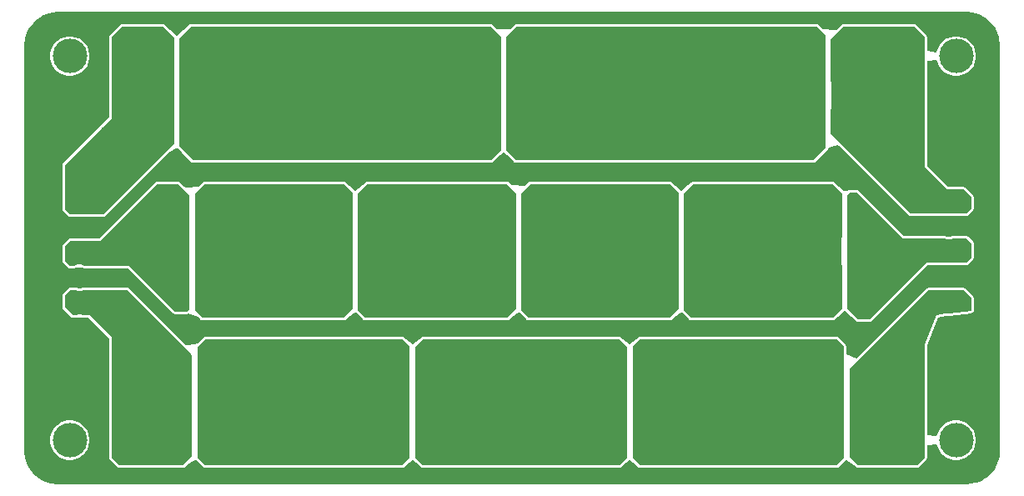
<source format=gtl>
G04*
G04 #@! TF.GenerationSoftware,Altium Limited,Altium Designer,25.3.3 (18)*
G04*
G04 Layer_Physical_Order=1*
G04 Layer_Color=255*
%FSLAX44Y44*%
%MOMM*%
G71*
G04*
G04 #@! TF.SameCoordinates,1FD36998-6F79-4F76-A579-B8A6C8C858E4*
G04*
G04*
G04 #@! TF.FilePolarity,Positive*
G04*
G01*
G75*
%ADD13R,1.1000X1.8000*%
%ADD14R,2.2000X1.8000*%
%ADD20C,1.5000*%
%ADD21C,1.6500*%
%ADD22C,3.5000*%
%ADD23C,0.6000*%
G36*
X959713Y480287D02*
X962007Y480287D01*
X966556Y479688D01*
X970987Y478501D01*
X975226Y476745D01*
X979200Y474451D01*
X982840Y471658D01*
X986084Y468414D01*
X988877Y464774D01*
X991171Y460800D01*
X992927Y456562D01*
X993489Y454463D01*
X994713Y445290D01*
X994713Y445287D01*
X994713Y445287D01*
X994713Y445287D01*
X994713Y34713D01*
X994713Y32457D01*
X994124Y27982D01*
X992956Y23623D01*
X991229Y19454D01*
X988973Y15546D01*
X986225Y11966D01*
X983034Y8774D01*
X979454Y6027D01*
X975546Y3771D01*
X971377Y2044D01*
X969741Y1606D01*
X960287Y287D01*
X38713Y287D01*
X36438D01*
X31926Y881D01*
X27531Y2059D01*
X23327Y3800D01*
X19386Y6075D01*
X15776Y8845D01*
X12558Y12063D01*
X9788Y15673D01*
X7513Y19614D01*
X5772Y23818D01*
X4594Y28213D01*
X4000Y32725D01*
Y35000D01*
X4000Y35000D01*
Y445000D01*
Y447313D01*
X4604Y451899D01*
X5801Y456367D01*
X7571Y460640D01*
X9884Y464646D01*
X12700Y468316D01*
X15971Y471587D01*
X19641Y474403D01*
X23646Y476716D01*
X27920Y478486D01*
X32388Y479683D01*
X36974Y480287D01*
X39287D01*
X39287Y480287D01*
X959713Y480287D01*
D02*
G37*
%LPC*%
G36*
X907787Y467303D02*
X835287Y467303D01*
X834296Y467106D01*
X833456Y466544D01*
X828592Y461680D01*
X827583Y461205D01*
X814921Y462151D01*
X810528Y466544D01*
X809688Y467106D01*
X808697Y467303D01*
X503697Y467303D01*
X502706Y467106D01*
X501866Y466544D01*
X497626Y462305D01*
X497243Y462029D01*
X483759Y462403D01*
X479618Y466544D01*
X478778Y467106D01*
X477787Y467303D01*
X172787Y467303D01*
X171796Y467106D01*
X170956Y466544D01*
X165881Y461469D01*
X158532Y455860D01*
X152293Y461370D01*
X147118Y466544D01*
X146278Y467106D01*
X145287Y467303D01*
X102787D01*
X101796Y467106D01*
X100956Y466544D01*
X90956Y456544D01*
X90394Y455704D01*
X90197Y454713D01*
Y373286D01*
X43456Y326544D01*
X42894Y325704D01*
X42697Y324713D01*
Y279713D01*
X42894Y278722D01*
X43456Y277882D01*
X48456Y272882D01*
X49296Y272320D01*
X50287Y272123D01*
X84287D01*
X85278Y272320D01*
X86118Y272882D01*
X150550Y337314D01*
X159456Y341882D01*
X163981Y337357D01*
X173456Y327882D01*
X174296Y327320D01*
X175287Y327123D01*
X477787D01*
X478778Y327320D01*
X479618Y327882D01*
X483493Y331757D01*
X490287Y337333D01*
X497081Y331757D01*
X500956Y327882D01*
X501796Y327320D01*
X502787Y327123D01*
X805287D01*
X806278Y327320D01*
X807118Y327882D01*
X819618Y340382D01*
X819618Y340382D01*
X820180Y341222D01*
X823196Y342988D01*
X830377Y344961D01*
X902056Y273282D01*
X902896Y272720D01*
X903887Y272523D01*
X939871D01*
X940203Y272589D01*
X940541Y272612D01*
X941097Y272760D01*
X943903D01*
X944459Y272612D01*
X944797Y272589D01*
X945129Y272523D01*
X960287D01*
X961278Y272720D01*
X962118Y273282D01*
X967118Y278282D01*
X967680Y279122D01*
X967877Y280113D01*
Y292184D01*
X967680Y293175D01*
X967118Y294015D01*
X959189Y301944D01*
X958349Y302506D01*
X957358Y302703D01*
X941360Y302703D01*
X920377Y323686D01*
Y420101D01*
X920679Y429976D01*
X920679Y429976D01*
Y429976D01*
X930377Y430931D01*
X930730Y429155D01*
X932241Y425508D01*
X934434Y422225D01*
X937225Y419434D01*
X940508Y417241D01*
X944155Y415730D01*
X948026Y414960D01*
X951974D01*
X955845Y415730D01*
X959492Y417241D01*
X962775Y419434D01*
X965566Y422225D01*
X967759Y425508D01*
X969270Y429155D01*
X970040Y433026D01*
Y436974D01*
X969270Y440845D01*
X967759Y444492D01*
X965566Y447775D01*
X962775Y450566D01*
X959492Y452759D01*
X955845Y454270D01*
X951974Y455040D01*
X948026D01*
X944155Y454270D01*
X940508Y452759D01*
X937225Y450566D01*
X934434Y447775D01*
X932241Y444492D01*
X930730Y440845D01*
X930377Y439069D01*
X920679Y440024D01*
Y440024D01*
X920679Y440024D01*
X920377Y449899D01*
Y454713D01*
X920180Y455704D01*
X919618Y456544D01*
X909618Y466544D01*
X908778Y467106D01*
X907787Y467303D01*
D02*
G37*
G36*
X51974Y455040D02*
X48026D01*
X44155Y454270D01*
X40507Y452759D01*
X37225Y450566D01*
X34434Y447775D01*
X32241Y444492D01*
X30730Y440845D01*
X29960Y436974D01*
Y433026D01*
X30730Y429155D01*
X32241Y425508D01*
X34434Y422225D01*
X37225Y419434D01*
X40507Y417241D01*
X44155Y415730D01*
X48026Y414960D01*
X51974D01*
X55845Y415730D01*
X59493Y417241D01*
X62775Y419434D01*
X65566Y422225D01*
X67759Y425508D01*
X69270Y429155D01*
X70040Y433026D01*
Y436974D01*
X69270Y440845D01*
X67759Y444492D01*
X65566Y447775D01*
X62775Y450566D01*
X59493Y452759D01*
X55845Y454270D01*
X51974Y455040D01*
D02*
G37*
G36*
X825287Y307303D02*
X682787D01*
X681796Y307106D01*
X680956Y306544D01*
X680956Y306544D01*
X678149Y303737D01*
X670557Y297905D01*
X664620Y303588D01*
X661663Y306544D01*
X660823Y307106D01*
X659832Y307303D01*
X517332D01*
X516341Y307106D01*
X515501Y306544D01*
X512694Y303737D01*
X512513Y303598D01*
X499033Y303720D01*
X496208Y306544D01*
X495368Y307106D01*
X494377Y307303D01*
X351877D01*
X350886Y307106D01*
X350046Y306544D01*
X350046Y306544D01*
X347239Y303737D01*
X339558Y297836D01*
X333728Y303570D01*
X330753Y306544D01*
X329913Y307106D01*
X328922Y307303D01*
X186422D01*
X185431Y307106D01*
X184591Y306544D01*
X180328Y302281D01*
X167623Y301536D01*
X166573Y302090D01*
X162118Y306544D01*
X161278Y307106D01*
X160287Y307303D01*
X138287Y307303D01*
X137296Y307106D01*
X136456Y306544D01*
X79714Y249803D01*
X50287D01*
X49296Y249606D01*
X48456Y249044D01*
X43456Y244044D01*
X42894Y243204D01*
X42697Y242213D01*
Y227213D01*
X42894Y226222D01*
X43456Y225382D01*
X48456Y220382D01*
X49296Y219820D01*
X50287Y219623D01*
X54654D01*
X54821Y219657D01*
X54992Y219645D01*
X55312Y219754D01*
X55645Y219820D01*
X55767Y219902D01*
X58597Y220660D01*
X61403D01*
X64233Y219902D01*
X64355Y219820D01*
X64688Y219754D01*
X65008Y219645D01*
X65179Y219657D01*
X65346Y219623D01*
X109214D01*
X154956Y173882D01*
X155796Y173320D01*
X156787Y173123D01*
X168787Y173123D01*
X169778Y173320D01*
X170757Y173828D01*
X180508Y170081D01*
X182707Y167882D01*
X183548Y167320D01*
X184539Y167123D01*
X328922Y167123D01*
X329913Y167320D01*
X330753Y167882D01*
X330753Y167882D01*
X332229Y169357D01*
X340456Y174972D01*
X347546Y167882D01*
X348386Y167320D01*
X349377Y167123D01*
X494377Y167123D01*
X495368Y167320D01*
X496208Y167882D01*
X496208Y167882D01*
X498061Y169735D01*
X506439Y175159D01*
X511641Y169986D01*
X513745Y167882D01*
X514585Y167320D01*
X515576Y167123D01*
X659832Y167123D01*
X660823Y167320D01*
X661663Y167882D01*
X661663Y167882D01*
X663181Y169400D01*
X671456Y174982D01*
X678556Y167882D01*
X679397Y167320D01*
X680387Y167123D01*
X825287Y167123D01*
X826278Y167320D01*
X827118Y167882D01*
X827118Y167882D01*
X829933Y170697D01*
X836584Y176077D01*
X843571Y170667D01*
X848456Y165782D01*
X849296Y165220D01*
X850287Y165023D01*
X862187Y165023D01*
X863178Y165220D01*
X864018Y165782D01*
X920760Y222523D01*
X960287Y222523D01*
X961278Y222720D01*
X962118Y223282D01*
X967118Y228282D01*
X967680Y229122D01*
X967877Y230113D01*
Y245113D01*
X967680Y246104D01*
X967118Y246944D01*
X962118Y251944D01*
X961278Y252506D01*
X960287Y252703D01*
X948238D01*
X948070Y252669D01*
X947900Y252681D01*
X947579Y252572D01*
X947247Y252506D01*
X947105Y252411D01*
X946943Y252356D01*
X946615Y252166D01*
X943903Y251440D01*
X941097D01*
X938385Y252166D01*
X938057Y252356D01*
X937895Y252411D01*
X937753Y252506D01*
X937421Y252572D01*
X937100Y252681D01*
X936930Y252669D01*
X936762Y252703D01*
X896960D01*
X851118Y298544D01*
X850278Y299106D01*
X849287Y299303D01*
X841887D01*
X840896Y299106D01*
X839538Y298451D01*
X835868Y297794D01*
X830900Y302762D01*
X827118Y306544D01*
X826278Y307106D01*
X825287Y307303D01*
D02*
G37*
G36*
X957358Y200203D02*
X922187Y200203D01*
X921196Y200006D01*
X920356Y199444D01*
X848877Y127965D01*
X838877Y132107D01*
Y139926D01*
X838680Y140917D01*
X838118Y141758D01*
X830832Y149044D01*
X829991Y149606D01*
X829000Y149803D01*
X629000D01*
X628009Y149606D01*
X627169Y149044D01*
X625551Y147426D01*
X618697Y142275D01*
X611843Y147426D01*
X610225Y149044D01*
X609385Y149606D01*
X608394Y149803D01*
X408394D01*
X407403Y149606D01*
X406562Y149044D01*
X404944Y147426D01*
X398090Y142275D01*
X391236Y147426D01*
X389618Y149044D01*
X388778Y149606D01*
X387787Y149803D01*
X187787D01*
X186796Y149606D01*
X185956Y149044D01*
X180358Y143447D01*
X170911Y141439D01*
X167908Y141755D01*
X110618Y199044D01*
X109778Y199606D01*
X108787Y199803D01*
X63472D01*
X63140Y199737D01*
X62802Y199715D01*
X61403Y199340D01*
X58597D01*
X57198Y199715D01*
X56860Y199737D01*
X56528Y199803D01*
X50287D01*
X49296Y199606D01*
X48456Y199044D01*
X43456Y194044D01*
X42894Y193204D01*
X42697Y192213D01*
Y180142D01*
X42894Y179151D01*
X43456Y178311D01*
X51385Y170382D01*
X52225Y169820D01*
X53216Y169623D01*
X57371D01*
X57703Y169689D01*
X58042Y169711D01*
X58597Y169860D01*
X61403D01*
X61958Y169711D01*
X62297Y169689D01*
X62629Y169623D01*
X69214D01*
X90197Y148640D01*
Y27213D01*
X90394Y26222D01*
X90956Y25382D01*
X98456Y17882D01*
X99296Y17320D01*
X100287Y17123D01*
X165287Y17123D01*
X166278Y17320D01*
X167118Y17882D01*
X169709Y20473D01*
X178065Y25162D01*
X183281Y20556D01*
X185956Y17882D01*
X186796Y17320D01*
X187787Y17123D01*
X387787D01*
X388778Y17320D01*
X389618Y17882D01*
X391236Y19500D01*
X398090Y24651D01*
X404944Y19500D01*
X406562Y17882D01*
X407403Y17320D01*
X408394Y17123D01*
X608394D01*
X609385Y17320D01*
X610225Y17882D01*
X611843Y19500D01*
X618697Y24651D01*
X625551Y19500D01*
X627169Y17882D01*
X628009Y17320D01*
X629000Y17123D01*
X829000D01*
X829991Y17320D01*
X830832Y17882D01*
X832821Y19871D01*
X838909Y24664D01*
X846550Y19788D01*
X848456Y17882D01*
X849296Y17320D01*
X850287Y17123D01*
X910287Y17123D01*
X911278Y17320D01*
X912118Y17882D01*
X919618Y25382D01*
X920180Y26222D01*
X920377Y27213D01*
Y30101D01*
X920679Y39976D01*
X920679Y39976D01*
Y39976D01*
X930377Y40931D01*
X930730Y39155D01*
X932241Y35508D01*
X934434Y32225D01*
X937225Y29434D01*
X940508Y27241D01*
X944155Y25730D01*
X948026Y24960D01*
X951974D01*
X955845Y25730D01*
X959492Y27241D01*
X962775Y29434D01*
X965566Y32225D01*
X967759Y35508D01*
X969270Y39155D01*
X970040Y43026D01*
Y46974D01*
X969270Y50845D01*
X967759Y54493D01*
X965566Y57775D01*
X962775Y60566D01*
X959492Y62759D01*
X955845Y64270D01*
X951974Y65040D01*
X948026D01*
X944155Y64270D01*
X940508Y62759D01*
X937225Y60566D01*
X934434Y57775D01*
X932241Y54493D01*
X930730Y50845D01*
X930377Y49069D01*
X920679Y50024D01*
Y50024D01*
X920679Y50024D01*
X920377Y59899D01*
Y141488D01*
X932104Y169831D01*
X939506Y170759D01*
X939676Y170816D01*
X939854Y170827D01*
X941097Y171160D01*
X942542D01*
X942702Y171192D01*
X942865Y171180D01*
X965609Y174033D01*
X965938Y174142D01*
X966278Y174210D01*
X966413Y174300D01*
X966568Y174352D01*
X966830Y174579D01*
X967118Y174771D01*
X967209Y174907D01*
X967332Y175013D01*
X967487Y175323D01*
X967680Y175611D01*
X967711Y175771D01*
X967784Y175917D01*
X967809Y176263D01*
X967877Y176602D01*
Y189684D01*
X967680Y190675D01*
X967118Y191515D01*
X959189Y199444D01*
X958349Y200006D01*
X957358Y200203D01*
D02*
G37*
G36*
X51974Y65040D02*
X48026D01*
X44155Y64270D01*
X40507Y62759D01*
X37225Y60566D01*
X34434Y57775D01*
X32241Y54493D01*
X30730Y50845D01*
X29960Y46974D01*
Y43026D01*
X30730Y39155D01*
X32241Y35508D01*
X34434Y32225D01*
X37225Y29434D01*
X40507Y27241D01*
X44155Y25730D01*
X48026Y24960D01*
X51974D01*
X55845Y25730D01*
X59493Y27241D01*
X62775Y29434D01*
X65566Y32225D01*
X67759Y35508D01*
X69270Y39155D01*
X70040Y43026D01*
Y46974D01*
X69270Y50845D01*
X67759Y54493D01*
X65566Y57775D01*
X62775Y60566D01*
X59493Y62759D01*
X55845Y64270D01*
X51974Y65040D01*
D02*
G37*
%LPD*%
G36*
X817787Y455623D02*
X817787Y342213D01*
X805287Y329713D01*
X502787D01*
X492787Y339713D01*
X492787Y453803D01*
X503697Y464713D01*
X808697Y464713D01*
X817787Y455623D01*
D02*
G37*
G36*
X487787Y454713D02*
X487787Y339713D01*
X477787Y329713D01*
X175287D01*
X161287Y343713D01*
Y453213D01*
X172787Y464713D01*
X477787Y464713D01*
X487787Y454713D01*
D02*
G37*
G36*
X917787Y454713D02*
Y322613D01*
X940287Y300113D01*
X957358Y300113D01*
X965287Y292184D01*
Y280113D01*
X960287Y275113D01*
X945129D01*
X944244Y275350D01*
X940756D01*
X939871Y275113D01*
X903887D01*
X822787Y356213D01*
Y381000D01*
X822966D01*
Y409000D01*
X822787D01*
Y452213D01*
X835287Y464713D01*
X907787Y464713D01*
X917787Y454713D01*
D02*
G37*
G36*
X156287Y453713D02*
Y346713D01*
X84287Y274713D01*
X50287D01*
X45287Y279713D01*
Y324713D01*
X92787Y372213D01*
Y454713D01*
X102787Y464713D01*
X145287D01*
X156287Y453713D01*
D02*
G37*
G36*
X171287Y293713D02*
Y178213D01*
X168787Y175713D01*
X156787Y175713D01*
X110287Y222213D01*
X65346D01*
X65114Y222347D01*
X61744Y223250D01*
X58256D01*
X54886Y222347D01*
X54654Y222213D01*
X50287D01*
X45287Y227213D01*
Y242213D01*
X50287Y247213D01*
X80787D01*
X138287Y304713D01*
X160287Y304713D01*
X171287Y293713D01*
D02*
G37*
G36*
X668582Y295963D02*
Y251160D01*
X668445D01*
Y223160D01*
X668582D01*
Y178463D01*
X659832Y169713D01*
X515576Y169713D01*
X508287Y177002D01*
Y295668D01*
X517332Y304713D01*
X659832D01*
X668582Y295963D01*
D02*
G37*
G36*
X337672D02*
Y251160D01*
X337535D01*
Y223160D01*
X337672D01*
Y178463D01*
X328922Y169713D01*
X184539Y169713D01*
X177287Y176965D01*
Y295578D01*
X186422Y304713D01*
X328922D01*
X337672Y295963D01*
D02*
G37*
G36*
X834037D02*
Y251160D01*
X833900D01*
Y223160D01*
X834037D01*
Y178463D01*
X825287Y169713D01*
X680387Y169713D01*
X673287Y176814D01*
Y295213D01*
X682787Y304713D01*
X825287D01*
X834037Y295963D01*
D02*
G37*
G36*
X503127D02*
Y251160D01*
X502990D01*
Y223160D01*
X503127D01*
Y178463D01*
X494377Y169713D01*
X349377Y169713D01*
X342287Y176803D01*
Y295123D01*
X351877Y304713D01*
X494377D01*
X503127Y295963D01*
D02*
G37*
G36*
X895887Y250113D02*
X936762D01*
X937386Y249753D01*
X940756Y248850D01*
X944244D01*
X947614Y249753D01*
X948238Y250113D01*
X960287D01*
X965287Y245113D01*
Y230113D01*
X960287Y225113D01*
X919687Y225113D01*
X862187Y167613D01*
X850287Y167613D01*
X839287Y178613D01*
Y294113D01*
X841887Y296713D01*
X849287D01*
X895887Y250113D01*
D02*
G37*
G36*
X174287Y131713D02*
Y28713D01*
X165287Y19713D01*
X100287Y19713D01*
X92787Y27213D01*
Y149713D01*
X70287Y172213D01*
X62629D01*
X61744Y172450D01*
X58256D01*
X57371Y172213D01*
X53216D01*
X45287Y180142D01*
Y192213D01*
X50287Y197213D01*
X56528D01*
X58256Y196750D01*
X61744D01*
X63472Y197213D01*
X108787D01*
X174287Y131713D01*
D02*
G37*
G36*
X836287Y139926D02*
Y27000D01*
X829000Y19713D01*
X629000D01*
X621500Y27213D01*
Y139713D01*
X629000Y147213D01*
X829000D01*
X836287Y139926D01*
D02*
G37*
G36*
X615894Y139713D02*
Y27213D01*
X608394Y19713D01*
X408394D01*
X400894Y27213D01*
Y139713D01*
X408394Y147213D01*
X608394D01*
X615894Y139713D01*
D02*
G37*
G36*
X395287D02*
Y27213D01*
X387787Y19713D01*
X187787D01*
X180287Y27213D01*
Y139713D01*
X187787Y147213D01*
X387787D01*
X395287Y139713D01*
D02*
G37*
G36*
X965287Y189684D02*
Y176602D01*
X942542Y173750D01*
X940756D01*
X939184Y173329D01*
X930287Y172213D01*
X917787Y142002D01*
Y27213D01*
X910287Y19713D01*
X850287Y19713D01*
X842287Y27713D01*
Y117713D01*
X922187Y197613D01*
X957358Y197613D01*
X965287Y189684D01*
D02*
G37*
D13*
X150646Y395000D02*
D03*
X812466D02*
D03*
X182580Y237160D02*
D03*
X185580Y83060D02*
D03*
X348035Y237160D02*
D03*
X406187Y83060D02*
D03*
X481556Y395000D02*
D03*
X513490Y237160D02*
D03*
X626793Y83060D02*
D03*
X678945Y237160D02*
D03*
X844400D02*
D03*
X847400Y83060D02*
D03*
D14*
X173046Y395000D02*
D03*
X834866D02*
D03*
X160180Y237160D02*
D03*
X163180Y83060D02*
D03*
X325635Y237160D02*
D03*
X383787Y83060D02*
D03*
X503956Y395000D02*
D03*
X491090Y237160D02*
D03*
X604393Y83060D02*
D03*
X656545Y237160D02*
D03*
X822000D02*
D03*
X825000Y83060D02*
D03*
D20*
X161680Y84560D02*
X163180Y83060D01*
X60000Y184600D02*
X60287Y184313D01*
D21*
X60000Y286200D02*
D03*
Y260800D02*
D03*
Y235400D02*
D03*
Y210000D02*
D03*
Y184600D02*
D03*
Y159200D02*
D03*
X942500Y287500D02*
D03*
Y262100D02*
D03*
Y236700D02*
D03*
Y211300D02*
D03*
Y185900D02*
D03*
Y160500D02*
D03*
D22*
X950000Y435000D02*
D03*
X50000D02*
D03*
Y45000D02*
D03*
X950000D02*
D03*
D23*
X815001Y280000D02*
D03*
X805001Y260000D02*
D03*
Y220000D02*
D03*
X815001Y200000D02*
D03*
X805001Y180000D02*
D03*
X795001Y280000D02*
D03*
X785001Y260000D02*
D03*
X795001Y240000D02*
D03*
X785001Y220000D02*
D03*
X795001Y200000D02*
D03*
X785001Y180000D02*
D03*
X775001Y280000D02*
D03*
X765001Y260000D02*
D03*
X775001Y240000D02*
D03*
X765001Y220000D02*
D03*
X775001Y200000D02*
D03*
X765001Y180000D02*
D03*
X755001Y280000D02*
D03*
X745001Y260000D02*
D03*
X755001Y240000D02*
D03*
X745001Y220000D02*
D03*
X755001Y200000D02*
D03*
X745001Y180000D02*
D03*
X735001Y280000D02*
D03*
X725001Y260000D02*
D03*
X735001Y240000D02*
D03*
X725001Y220000D02*
D03*
X735001Y200000D02*
D03*
X725001Y180000D02*
D03*
X715001Y280000D02*
D03*
X705001Y260000D02*
D03*
X715001Y240000D02*
D03*
X705001Y220000D02*
D03*
X715001Y200000D02*
D03*
X705001Y180000D02*
D03*
X695001Y280000D02*
D03*
X685001Y260000D02*
D03*
X695001Y240000D02*
D03*
X685001Y220000D02*
D03*
X695001Y200000D02*
D03*
X685001Y180000D02*
D03*
X655001Y280000D02*
D03*
X645001Y260000D02*
D03*
Y220000D02*
D03*
X655001Y200000D02*
D03*
X645001Y180000D02*
D03*
X635000Y280000D02*
D03*
X625000Y260000D02*
D03*
X635000Y240000D02*
D03*
X625000Y220000D02*
D03*
X635000Y200000D02*
D03*
X625000Y180000D02*
D03*
X615000Y280000D02*
D03*
X605000Y260000D02*
D03*
X615000Y240000D02*
D03*
X605000Y220000D02*
D03*
X615000Y200000D02*
D03*
X605000Y180000D02*
D03*
X595000Y280000D02*
D03*
X585000Y260000D02*
D03*
X595000Y240000D02*
D03*
X585000Y220000D02*
D03*
X595000Y200000D02*
D03*
X585000Y180000D02*
D03*
X575000Y280000D02*
D03*
X565000Y260000D02*
D03*
X575000Y240000D02*
D03*
X565000Y220000D02*
D03*
X575000Y200000D02*
D03*
X565000Y180000D02*
D03*
X555000Y280000D02*
D03*
X545000Y260000D02*
D03*
X555000Y240000D02*
D03*
X545000Y220000D02*
D03*
X555000Y200000D02*
D03*
X545000Y180000D02*
D03*
X535000Y280000D02*
D03*
X525000Y260000D02*
D03*
X535000Y240000D02*
D03*
X525000Y220000D02*
D03*
X535000Y200000D02*
D03*
X525000Y180000D02*
D03*
X495000Y280000D02*
D03*
X485000Y260000D02*
D03*
Y220000D02*
D03*
X495000Y200000D02*
D03*
X485000Y180000D02*
D03*
X475000Y280000D02*
D03*
X465000Y260000D02*
D03*
Y220000D02*
D03*
X475000Y200000D02*
D03*
X465000Y180000D02*
D03*
X455000Y280000D02*
D03*
X445000Y260000D02*
D03*
X455000Y240000D02*
D03*
X445000Y220000D02*
D03*
X455000Y200000D02*
D03*
X445000Y180000D02*
D03*
X435000Y280000D02*
D03*
X425000Y260000D02*
D03*
X435000Y240000D02*
D03*
X425000Y220000D02*
D03*
X435000Y200000D02*
D03*
X425000Y180000D02*
D03*
X415000Y280000D02*
D03*
X405000Y260000D02*
D03*
X415000Y240000D02*
D03*
X405000Y220000D02*
D03*
X415000Y200000D02*
D03*
X405000Y180000D02*
D03*
X395000Y280000D02*
D03*
X385000Y260000D02*
D03*
X395000Y240000D02*
D03*
X385000Y220000D02*
D03*
X395000Y200000D02*
D03*
X385000Y180000D02*
D03*
X375000Y280000D02*
D03*
X365000Y260000D02*
D03*
X375000Y240000D02*
D03*
X365000Y220000D02*
D03*
X375000Y200000D02*
D03*
X365000Y180000D02*
D03*
X325000Y260000D02*
D03*
Y220000D02*
D03*
Y180000D02*
D03*
X315000Y280000D02*
D03*
X305000Y260000D02*
D03*
Y220000D02*
D03*
X315000Y200000D02*
D03*
X305000Y180000D02*
D03*
X295000Y280000D02*
D03*
X285000Y260000D02*
D03*
X295000Y240000D02*
D03*
X285000Y220000D02*
D03*
X295000Y200000D02*
D03*
X285000Y180000D02*
D03*
X275000Y280000D02*
D03*
X265000Y260000D02*
D03*
X275000Y240000D02*
D03*
X265000Y220000D02*
D03*
X275000Y200000D02*
D03*
X265000Y180000D02*
D03*
X255000Y280000D02*
D03*
X245000Y260000D02*
D03*
X255000Y240000D02*
D03*
X245000Y220000D02*
D03*
X255000Y200000D02*
D03*
X245000Y180000D02*
D03*
X235000Y280000D02*
D03*
X225000Y260000D02*
D03*
X235000Y240000D02*
D03*
X225000Y220000D02*
D03*
X235000Y200000D02*
D03*
X225000Y180000D02*
D03*
X215000Y280000D02*
D03*
X205000Y260000D02*
D03*
X215000Y240000D02*
D03*
X205000Y220000D02*
D03*
X215000Y200000D02*
D03*
X205000Y180000D02*
D03*
X195000Y280000D02*
D03*
X185000Y260000D02*
D03*
Y220000D02*
D03*
X195000Y200000D02*
D03*
X185000Y180000D02*
D03*
X955001Y240000D02*
D03*
X915001D02*
D03*
X905001Y220000D02*
D03*
X895001Y240000D02*
D03*
X885001Y220000D02*
D03*
X865001Y260000D02*
D03*
X875001Y240000D02*
D03*
X865001Y220000D02*
D03*
X875001Y200000D02*
D03*
X865001Y180000D02*
D03*
X855001Y280000D02*
D03*
X845001Y260000D02*
D03*
Y220000D02*
D03*
X855001Y200000D02*
D03*
X845001Y180000D02*
D03*
X155000Y280000D02*
D03*
X145000Y260000D02*
D03*
Y220000D02*
D03*
X155000Y200000D02*
D03*
X135000Y280000D02*
D03*
X125000Y260000D02*
D03*
X135000Y240000D02*
D03*
X125000Y220000D02*
D03*
X105000Y260000D02*
D03*
X115000Y240000D02*
D03*
X95000D02*
D03*
X915001Y180000D02*
D03*
X905001Y160000D02*
D03*
Y120000D02*
D03*
Y80000D02*
D03*
Y40000D02*
D03*
X895001Y140000D02*
D03*
X885001Y120000D02*
D03*
X895001Y100000D02*
D03*
X885001Y80000D02*
D03*
X895001Y60000D02*
D03*
X885001Y40000D02*
D03*
X875001Y140000D02*
D03*
X865001Y120000D02*
D03*
X875001Y100000D02*
D03*
X865001Y80000D02*
D03*
X875001Y60000D02*
D03*
X865001Y40000D02*
D03*
X825001Y120000D02*
D03*
Y40000D02*
D03*
X805001Y120000D02*
D03*
X815001Y100000D02*
D03*
X805001Y80000D02*
D03*
X815001Y60000D02*
D03*
X805001Y40000D02*
D03*
X785001Y120000D02*
D03*
X795001Y100000D02*
D03*
X785001Y80000D02*
D03*
X795001Y60000D02*
D03*
X785001Y40000D02*
D03*
X765001Y120000D02*
D03*
X775001Y100000D02*
D03*
X765001Y80000D02*
D03*
X775001Y60000D02*
D03*
X765001Y40000D02*
D03*
X745001Y120000D02*
D03*
X755001Y100000D02*
D03*
X745001Y80000D02*
D03*
X755001Y60000D02*
D03*
X745001Y40000D02*
D03*
X725001Y120000D02*
D03*
X735001Y100000D02*
D03*
X725001Y80000D02*
D03*
X735001Y60000D02*
D03*
X725001Y40000D02*
D03*
X705001Y120000D02*
D03*
X715001Y100000D02*
D03*
X705001Y80000D02*
D03*
X715001Y60000D02*
D03*
X705001Y40000D02*
D03*
X685001Y120000D02*
D03*
X695001Y100000D02*
D03*
X685001Y80000D02*
D03*
X695001Y60000D02*
D03*
X685001Y40000D02*
D03*
X665001Y120000D02*
D03*
X675001Y100000D02*
D03*
X665001Y80000D02*
D03*
X675001Y60000D02*
D03*
X665001Y40000D02*
D03*
X645001Y120000D02*
D03*
X655001Y100000D02*
D03*
X645001Y80000D02*
D03*
X655001Y60000D02*
D03*
X645001Y40000D02*
D03*
X625000Y120000D02*
D03*
X635000Y100000D02*
D03*
Y60000D02*
D03*
X625000Y40000D02*
D03*
X605000Y120000D02*
D03*
Y40000D02*
D03*
X585000Y120000D02*
D03*
X595000Y100000D02*
D03*
X585000Y80000D02*
D03*
X595000Y60000D02*
D03*
X585000Y40000D02*
D03*
X565000Y120000D02*
D03*
X575000Y100000D02*
D03*
X565000Y80000D02*
D03*
X575000Y60000D02*
D03*
X565000Y40000D02*
D03*
X545000Y120000D02*
D03*
X555000Y100000D02*
D03*
X545000Y80000D02*
D03*
X555000Y60000D02*
D03*
X545000Y40000D02*
D03*
X525000Y120000D02*
D03*
X535000Y100000D02*
D03*
X525000Y80000D02*
D03*
X535000Y60000D02*
D03*
X525000Y40000D02*
D03*
X505000Y120000D02*
D03*
X515000Y100000D02*
D03*
X505000Y80000D02*
D03*
X515000Y60000D02*
D03*
X505000Y40000D02*
D03*
X485000Y120000D02*
D03*
X495000Y100000D02*
D03*
X485000Y80000D02*
D03*
X495000Y60000D02*
D03*
X485000Y40000D02*
D03*
X465000Y120000D02*
D03*
X475000Y100000D02*
D03*
X465000Y80000D02*
D03*
X475000Y60000D02*
D03*
X465000Y40000D02*
D03*
X445000Y120000D02*
D03*
X455000Y100000D02*
D03*
X445000Y80000D02*
D03*
X455000Y60000D02*
D03*
X445000Y40000D02*
D03*
X425000Y120000D02*
D03*
X435000Y100000D02*
D03*
X425000Y80000D02*
D03*
X435000Y60000D02*
D03*
X425000Y40000D02*
D03*
X405000Y120000D02*
D03*
X415000Y100000D02*
D03*
Y60000D02*
D03*
X405000Y40000D02*
D03*
X365000Y120000D02*
D03*
X375000Y100000D02*
D03*
X365000Y80000D02*
D03*
X375000Y60000D02*
D03*
X365000Y40000D02*
D03*
X345000Y120000D02*
D03*
X355000Y100000D02*
D03*
X345000Y80000D02*
D03*
X355000Y60000D02*
D03*
X345000Y40000D02*
D03*
X325000Y120000D02*
D03*
X335000Y100000D02*
D03*
X325000Y80000D02*
D03*
X335000Y60000D02*
D03*
X325000Y40000D02*
D03*
X305000Y120000D02*
D03*
X315000Y100000D02*
D03*
X305000Y80000D02*
D03*
X315000Y60000D02*
D03*
X305000Y40000D02*
D03*
X285000Y120000D02*
D03*
X295000Y100000D02*
D03*
X285000Y80000D02*
D03*
X295000Y60000D02*
D03*
X285000Y40000D02*
D03*
X265000Y120000D02*
D03*
X275000Y100000D02*
D03*
X265000Y80000D02*
D03*
X275000Y60000D02*
D03*
X265000Y40000D02*
D03*
X245000Y120000D02*
D03*
X255000Y100000D02*
D03*
X245000Y80000D02*
D03*
X255000Y60000D02*
D03*
X245000Y40000D02*
D03*
X225000Y120000D02*
D03*
X235000Y100000D02*
D03*
X225000Y80000D02*
D03*
X235000Y60000D02*
D03*
X225000Y40000D02*
D03*
X205000Y120000D02*
D03*
X215000Y100000D02*
D03*
X205000Y80000D02*
D03*
X215000Y60000D02*
D03*
X205000Y40000D02*
D03*
X185000Y120000D02*
D03*
X195000Y100000D02*
D03*
Y60000D02*
D03*
X185000Y40000D02*
D03*
X155000Y140000D02*
D03*
X145000Y120000D02*
D03*
X155000Y100000D02*
D03*
Y60000D02*
D03*
X145000Y40000D02*
D03*
X125000Y160000D02*
D03*
X135000Y140000D02*
D03*
X125000Y120000D02*
D03*
X135000Y100000D02*
D03*
X125000Y80000D02*
D03*
X135000Y60000D02*
D03*
X125000Y40000D02*
D03*
X115000Y180000D02*
D03*
X105000Y160000D02*
D03*
X115000Y140000D02*
D03*
X105000Y120000D02*
D03*
X115000Y100000D02*
D03*
X105000Y80000D02*
D03*
X115000Y60000D02*
D03*
X105000Y40000D02*
D03*
X95000Y180000D02*
D03*
X925001Y280000D02*
D03*
X905001Y440000D02*
D03*
Y400000D02*
D03*
Y360000D02*
D03*
Y320000D02*
D03*
X915001Y300000D02*
D03*
X905001Y280000D02*
D03*
X885001Y440000D02*
D03*
X895001Y420000D02*
D03*
X885001Y400000D02*
D03*
X895001Y380000D02*
D03*
X885001Y360000D02*
D03*
X895001Y340000D02*
D03*
X885001Y320000D02*
D03*
X895001Y300000D02*
D03*
X865001Y440000D02*
D03*
X875001Y420000D02*
D03*
X865001Y400000D02*
D03*
X875001Y380000D02*
D03*
X865001Y360000D02*
D03*
X875001Y340000D02*
D03*
X865001Y320000D02*
D03*
X845001Y440000D02*
D03*
X855001Y420000D02*
D03*
Y380000D02*
D03*
X845001Y360000D02*
D03*
X855001Y340000D02*
D03*
X805001Y420000D02*
D03*
Y340000D02*
D03*
X795001Y440000D02*
D03*
X785001Y420000D02*
D03*
X795001Y400000D02*
D03*
X785001Y380000D02*
D03*
X795001Y360000D02*
D03*
X785001Y340000D02*
D03*
X775001Y440000D02*
D03*
X765001Y420000D02*
D03*
X775001Y400000D02*
D03*
X765001Y380000D02*
D03*
X775001Y360000D02*
D03*
X765001Y340000D02*
D03*
X755001Y440000D02*
D03*
X745001Y420000D02*
D03*
X755001Y400000D02*
D03*
X745001Y380000D02*
D03*
X755001Y360000D02*
D03*
X745001Y340000D02*
D03*
X735001Y440000D02*
D03*
X725001Y420000D02*
D03*
X735001Y400000D02*
D03*
X725001Y380000D02*
D03*
X735001Y360000D02*
D03*
X725001Y340000D02*
D03*
X715001Y440000D02*
D03*
X705001Y420000D02*
D03*
X715001Y400000D02*
D03*
X705001Y380000D02*
D03*
X715001Y360000D02*
D03*
X705001Y340000D02*
D03*
X695001Y440000D02*
D03*
X685001Y420000D02*
D03*
X695001Y400000D02*
D03*
X685001Y380000D02*
D03*
X695001Y360000D02*
D03*
X685001Y340000D02*
D03*
X675001Y440000D02*
D03*
X665001Y420000D02*
D03*
X675001Y400000D02*
D03*
X665001Y380000D02*
D03*
X675001Y360000D02*
D03*
X665001Y340000D02*
D03*
X655001Y440000D02*
D03*
X645001Y420000D02*
D03*
X655001Y400000D02*
D03*
X645001Y380000D02*
D03*
X655001Y360000D02*
D03*
X645001Y340000D02*
D03*
X635000Y440000D02*
D03*
X625000Y420000D02*
D03*
X635000Y400000D02*
D03*
X625000Y380000D02*
D03*
X635000Y360000D02*
D03*
X625000Y340000D02*
D03*
X615000Y440000D02*
D03*
X605000Y420000D02*
D03*
X615000Y400000D02*
D03*
X605000Y380000D02*
D03*
X615000Y360000D02*
D03*
X605000Y340000D02*
D03*
X595000Y440000D02*
D03*
X585000Y420000D02*
D03*
X595000Y400000D02*
D03*
X585000Y380000D02*
D03*
X595000Y360000D02*
D03*
X585000Y340000D02*
D03*
X575000Y440000D02*
D03*
X565000Y420000D02*
D03*
X575000Y400000D02*
D03*
X565000Y380000D02*
D03*
X575000Y360000D02*
D03*
X565000Y340000D02*
D03*
X555000Y440000D02*
D03*
X545000Y420000D02*
D03*
X555000Y400000D02*
D03*
X545000Y380000D02*
D03*
X555000Y360000D02*
D03*
X545000Y340000D02*
D03*
X535000Y440000D02*
D03*
X525000Y420000D02*
D03*
X535000Y400000D02*
D03*
X525000Y380000D02*
D03*
X535000Y360000D02*
D03*
X525000Y340000D02*
D03*
X515000Y440000D02*
D03*
X505000Y420000D02*
D03*
X515000Y360000D02*
D03*
X505000Y340000D02*
D03*
X145000Y440000D02*
D03*
Y360000D02*
D03*
X125000Y440000D02*
D03*
X135000Y420000D02*
D03*
X125000Y400000D02*
D03*
X135000Y380000D02*
D03*
X125000Y360000D02*
D03*
X135000Y340000D02*
D03*
X105000Y440000D02*
D03*
X115000Y420000D02*
D03*
X105000Y400000D02*
D03*
X115000Y380000D02*
D03*
X105000Y360000D02*
D03*
X115000Y340000D02*
D03*
X105000Y320000D02*
D03*
X85000Y360000D02*
D03*
X95000Y340000D02*
D03*
X85000Y320000D02*
D03*
X95000Y300000D02*
D03*
X75000Y340000D02*
D03*
X65000Y320000D02*
D03*
X75000Y300000D02*
D03*
X475000Y440000D02*
D03*
X465000Y420000D02*
D03*
Y380000D02*
D03*
X475000Y360000D02*
D03*
X465000Y340000D02*
D03*
X455000Y440000D02*
D03*
X445000Y420000D02*
D03*
X455000Y400000D02*
D03*
X445000Y380000D02*
D03*
X455000Y360000D02*
D03*
X445000Y340000D02*
D03*
X435000Y440000D02*
D03*
X425000Y420000D02*
D03*
X435000Y400000D02*
D03*
X425000Y380000D02*
D03*
X435000Y360000D02*
D03*
X425000Y340000D02*
D03*
X415000Y440000D02*
D03*
X405000Y420000D02*
D03*
X415000Y400000D02*
D03*
X405000Y380000D02*
D03*
X415000Y360000D02*
D03*
X405000Y340000D02*
D03*
X395000Y440000D02*
D03*
X385000Y420000D02*
D03*
X395000Y400000D02*
D03*
X385000Y380000D02*
D03*
X395000Y360000D02*
D03*
X385000Y340000D02*
D03*
X375000Y440000D02*
D03*
X365000Y420000D02*
D03*
X375000Y400000D02*
D03*
X365000Y380000D02*
D03*
X375000Y360000D02*
D03*
X365000Y340000D02*
D03*
X355000Y440000D02*
D03*
X345000Y420000D02*
D03*
X355000Y400000D02*
D03*
X345000Y380000D02*
D03*
X355000Y360000D02*
D03*
X345000Y340000D02*
D03*
X335000Y440000D02*
D03*
X325000Y420000D02*
D03*
X335000Y400000D02*
D03*
X325000Y380000D02*
D03*
X335000Y360000D02*
D03*
X325000Y340000D02*
D03*
X315000Y440000D02*
D03*
X305000Y420000D02*
D03*
X315000Y400000D02*
D03*
X305000Y380000D02*
D03*
X315000Y360000D02*
D03*
X305000Y340000D02*
D03*
X295000Y440000D02*
D03*
X285000Y420000D02*
D03*
X295000Y400000D02*
D03*
X285000Y380000D02*
D03*
X295000Y360000D02*
D03*
X285000Y340000D02*
D03*
X275000Y440000D02*
D03*
X265000Y420000D02*
D03*
X275000Y400000D02*
D03*
X265000Y380000D02*
D03*
X275000Y360000D02*
D03*
X265000Y340000D02*
D03*
X255000Y440000D02*
D03*
X245000Y420000D02*
D03*
X255000Y400000D02*
D03*
X245000Y380000D02*
D03*
X255000Y360000D02*
D03*
X245000Y340000D02*
D03*
X235000Y440000D02*
D03*
X225000Y420000D02*
D03*
X235000Y400000D02*
D03*
X225000Y380000D02*
D03*
X235000Y360000D02*
D03*
X225000Y340000D02*
D03*
X215000Y440000D02*
D03*
X205000Y420000D02*
D03*
X215000Y400000D02*
D03*
X205000Y380000D02*
D03*
X215000Y360000D02*
D03*
X205000Y340000D02*
D03*
X195000Y440000D02*
D03*
X185000Y420000D02*
D03*
X195000Y400000D02*
D03*
Y360000D02*
D03*
X185000Y340000D02*
D03*
X175000Y440000D02*
D03*
X165000Y420000D02*
D03*
X175000Y360000D02*
D03*
M02*

</source>
